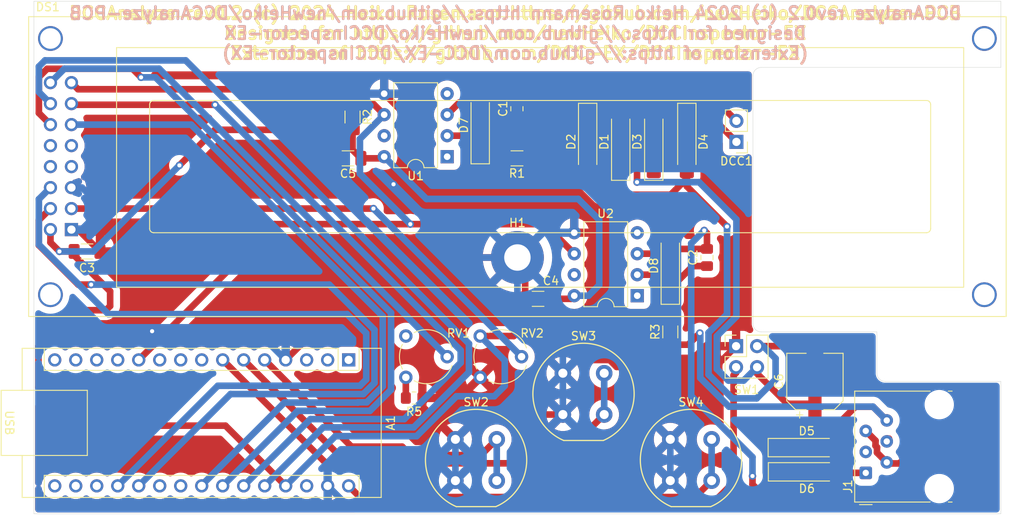
<source format=kicad_pcb>
(kicad_pcb (version 20240108) (generator "pcbnew") (generator_version "8.0")
  (layers (0 "F.Cu" signal) (31 "B.Cu" signal) (34 "B.Paste" user) (35 "F.Paste" user) (36 "B.SilkS" user "B.Silkscreen") (37 "F.SilkS" user "F.Silkscreen") (38 "B.Mask" user) (39 "F.Mask" user) (44 "Edge.Cuts" user))
  (net 0 "")
  (net 1 "Net-(A1-D2)")
  (net 2 "Net-(A1-D3)")
  (net 3 "Net-(A1-A7)")
  (net 4 "Net-(A1-D4)")
  (net 8 "GND")
  (net 12 "VCC")
  (net 14 "Net-(A1-VIN)")
  (net 18 "Net-(A1-SCL{slash}A5)")
  (net 19 "Net-(A1-SDA{slash}A4)")
  (net 20 "Net-(A1-A1)")
  (net 21 "Net-(A1-A6)")
  (net 24 "Net-(A1-D8)")
  (net 27 "Net-(A1-A0)")
  (net 30 "VDD")
  (net 31 "Net-(D1-A)")
  (net 32 "Net-(D3-A)")
  (net 33 "GND1")
  (net 34 "Net-(D7-K)")
  (net 35 "Net-(D8-K)")
  (net 36 "Net-(D6-A)")
  (net 37 "Net-(D5-A)")
  (net 40 "Net-(DS1-VO)")
  (net 43 "Net-(DS1-LED(-))")
  (net 44 "unconnected-(J1-Pad4)")
  (net 46 "Net-(R5-Pad2)")
  (footprint "Capacitor_SMD:C_1206_3216Metric_Pad1.33x1.80mm_HandSolder" (layer "F.Cu") (at 138 69 180)
    (property "Reference" "C5" (at 0 -1.85 180) (layer "F.SilkS"))
    (property "Value" "100n")
    (pad "1" smd roundrect (at -1.5625 0 180) (size 1.325 1.8) (layers "F.Cu" "F.Paste" "F.Mask") (roundrect_rratio 0.188679) (net 12 "VCC"))
    (pad "2" smd roundrect (at 1.5625 0 180) (size 1.325 1.8) (layers "F.Cu" "F.Paste" "F.Mask") (roundrect_rratio 0.188679) (net 8 "GND"))
  )
  (footprint "LCD242:LCD242" (layer "F.Cu") (at 104.54 77.62)
    (property "Reference" "DS1" (at -2.86 -26.93 0) (layer "F.SilkS"))
    (property "Value" "WC1602A")
    (pad "" thru_hole circle (at -2.54 -23.12) (size 3 3) (drill 2.5) (layers "*.Cu" "*.Mask"))
    (pad "" thru_hole circle (at -2.54 7.88) (size 3 3) (drill 2.5) (layers "*.Cu" "*.Mask"))
    (pad "" thru_hole circle (at 110.46 -23.12) (size 3 3) (drill 2.5) (layers "*.Cu" "*.Mask"))
    (pad "" thru_hole circle (at 110.46 7.88) (size 3 3) (drill 2.5) (layers "*.Cu" "*.Mask"))
    (pad "1" thru_hole rect (at 0 0) (size 1.6 1.6) (drill 1) (layers "*.Cu" "*.Mask") (net 8 "GND"))
    (pad "2" thru_hole circle (at -2.54 0) (size 1.6 1.6) (drill 1) (layers "*.Cu" "*.Mask") (net 12 "VCC"))
    (pad "3" thru_hole circle (at 0 -2.54) (size 1.6 1.6) (drill 1) (layers "*.Cu" "*.Mask") (net 40 "Net-(DS1-VO)"))
    (pad "4" thru_hole circle (at -2.54 -2.54) (size 1.6 1.6) (drill 1) (layers "*.Cu" "*.Mask") (net 20 "Net-(A1-A1)"))
    (pad "5" thru_hole circle (at 0 -5.08) (size 1.6 1.6) (drill 1) (layers "*.Cu" "*.Mask") (net 8 "GND"))
    (pad "6" thru_hole circle (at -2.54 -5.08) (size 1.6 1.6) (drill 1) (layers "*.Cu" "*.Mask") (net 27 "Net-(A1-A0)"))
    (pad "7" thru_hole circle (at 0 -7.62) (size 1.6 1.6) (drill 1) (layers "*.Cu" "*.Mask"))
    (pad "8" thru_hole circle (at -2.54 -7.62) (size 1.6 1.6) (drill 1) (layers "*.Cu" "*.Mask"))
    (pad "9" thru_hole circle (at 0 -10.16) (size 1.6 1.6) (drill 1) (layers "*.Cu" "*.Mask"))
    (pad "10" thru_hole circle (at -2.54 -10.16) (size 1.6 1.6) (drill 1) (layers "*.Cu" "*.Mask"))
    (pad "11" thru_hole circle (at 0 -12.7) (size 1.6 1.6) (drill 1) (layers "*.Cu" "*.Mask") (net 19 "Net-(A1-SDA{slash}A4)"))
    (pad "12" thru_hole circle (at -2.54 -12.7) (size 1.6 1.6) (drill 1) (layers "*.Cu" "*.Mask") (net 18 "Net-(A1-SCL{slash}A5)"))
    (pad "13" thru_hole circle (at 0 -15.24) (size 1.6 1.6) (drill 1) (layers "*.Cu" "*.Mask") (net 21 "Net-(A1-A6)"))
    (pad "14" thru_hole circle (at -2.54 -15.24) (size 1.6 1.6) (drill 1) (layers "*.Cu" "*.Mask") (net 3 "Net-(A1-A7)"))
    (pad "15" thru_hole circle (at 0 -17.78) (size 1.6 1.6) (drill 1) (layers "*.Cu" "*.Mask") (net 12 "VCC"))
    (pad "16" thru_hole circle (at -2.54 -17.78) (size 1.6 1.6) (drill 1) (layers "*.Cu" "*.Mask") (net 43 "Net-(DS1-LED(-))"))
  )
  (footprint "Resistor_SMD:R_0805_2012Metric_Pad1.20x1.40mm_HandSolder" (layer "F.Cu") (at 146 98 180)
    (property "Reference" "R5" (at 0 -1.65 180) (layer "F.SilkS"))
    (property "Value" "47R")
    (pad "1" smd roundrect (at -1 0 180) (size 1.2 1.4) (layers "F.Cu" "F.Paste" "F.Mask") (roundrect_rratio 0.208333) (net 8 "GND"))
    (pad "2" smd roundrect (at 1 0 180) (size 1.2 1.4) (layers "F.Cu" "F.Paste" "F.Mask") (roundrect_rratio 0.208333) (net 46 "Net-(R5-Pad2)"))
  )
  (footprint "MountingHole:MountingHole_3.2mm_M3_Pad" (layer "F.Cu") (at 158.5 81)
    (property "Reference" "H1" (at 0 -4.2 0) (layer "F.SilkS"))
    (property "Value" "MountingHole_Pad")
    (pad "1" thru_hole circle (at 0 0) (size 6.4 6.4) (drill 3.2) (layers "*.Cu" "*.Mask") (net 8 "GND"))
  )
  (footprint "Connector_RJ:RJ12_Amphenol_54601-x06_Horizontal" (layer "F.Cu") (at 200.65 107.06 90)
    (property "Reference" "J1" (at -1.66 -2.16 -90) (layer "F.SilkS"))
    (property "Value" "RJ12")
    (pad "" np_thru_hole circle (at -1.9 8.89 90) (size 3.25 3.25) (drill 3.25) (layers "*.Cu" "*.Mask"))
    (pad "" np_thru_hole circle (at 8.26 8.89 90) (size 3.25 3.25) (drill 3.25) (layers "*.Cu" "*.Mask"))
    (pad "1" thru_hole roundrect (at 0 0 90) (size 1.52 1.52) (drill 0.76) (layers "*.Cu" "*.Mask") (roundrect_rratio 0.1644736842) (net 36 "Net-(D6-A)"))
    (pad "2" thru_hole circle (at 1.27 2.54 90) (size 1.52 1.52) (drill 0.76) (layers "*.Cu" "*.Mask") (net 33 "GND1"))
    (pad "3" thru_hole circle (at 2.54 0 90) (size 1.52 1.52) (drill 0.76) (layers "*.Cu" "*.Mask"))
    (pad "4" thru_hole circle (at 3.81 2.54 90) (size 1.52 1.52) (drill 0.76) (layers "*.Cu" "*.Mask") (net 44 "unconnected-(J1-Pad4)"))
    (pad "5" thru_hole circle (at 5.08 0 90) (size 1.52 1.52) (drill 0.76) (layers "*.Cu" "*.Mask") (net 33 "GND1"))
    (pad "6" thru_hole circle (at 6.35 2.54 90) (size 1.52 1.52) (drill 0.76) (layers "*.Cu" "*.Mask") (net 37 "Net-(D5-A)"))
  )
  (footprint "Diode_SMD:D_MiniMELF_Handsoldering" (layer "F.Cu") (at 193.5225 106.934)
    (property "Reference" "D6" (at 0 2.032 0) (layer "F.SilkS"))
    (property "Value" "BAT42")
    (pad "1" smd roundrect (at -2.75 0) (size 3.3 1.7) (layers "F.Cu" "F.Paste" "F.Mask") (roundrect_rratio 0.1470588235) (net 30 "VDD"))
    (pad "2" smd roundrect (at 2.75 0) (size 3.3 1.7) (layers "F.Cu" "F.Paste" "F.Mask") (roundrect_rratio 0.1470588235) (net 36 "Net-(D6-A)"))
  )
  (footprint "Connector_PinHeader_2.54mm:PinHeader_2x02_P2.54mm_Vertical" (layer "F.Cu") (at 184.96 91.725)
    (property "Reference" "SW1" (at 1.27 5.275 0) (layer "F.SilkS"))
    (property "Value" "PWR_SEL")
    (pad "1" thru_hole rect (at 0 0) (size 1.7 1.7) (drill 1) (layers "*.Cu" "*.Mask") (net 8 "GND"))
    (pad "2" thru_hole oval (at 2.54 0) (size 1.7 1.7) (drill 1) (layers "*.Cu" "*.Mask") (net 33 "GND1"))
    (pad "3" thru_hole oval (at 0 2.54) (size 1.7 1.7) (drill 1) (layers "*.Cu" "*.Mask") (net 14 "Net-(A1-VIN)"))
    (pad "4" thru_hole oval (at 2.54 2.54) (size 1.7 1.7) (drill 1) (layers "*.Cu" "*.Mask") (net 30 "VDD"))
  )
  (footprint "Button_Switch_THT:Push_E-Switch_KS01Q01" (layer "F.Cu") (at 151 103)
    (property "Reference" "SW2" (at 2.5 -4.5 0) (layer "F.SilkS"))
    (property "Value" "LEFT")
    (pad "1" thru_hole circle (at 0 0) (size 2 2) (drill 1.1) (layers "*.Cu" "*.Mask") (net 8 "GND"))
    (pad "2" thru_hole circle (at 5 0) (size 2 2) (drill 1.1) (layers "*.Cu" "*.Mask") (net 1 "Net-(A1-D2)"))
    (pad "3" thru_hole circle (at 0 5) (size 2 2) (drill 1.1) (layers "*.Cu" "*.Mask") (net 8 "GND"))
    (pad "4" thru_hole circle (at 5 5) (size 2 2) (drill 1.1) (layers "*.Cu" "*.Mask") (net 1 "Net-(A1-D2)"))
  )
  (footprint "Package_DIP:DIP-8_W7.62mm" (layer "F.Cu") (at 150 68.8 180)
    (property "Reference" "U1" (at 3.81 -2.33 180) (layer "F.SilkS"))
    (property "Value" "6N137")
    (pad "1" thru_hole rect (at 0 0 180) (size 1.6 1.6) (drill 0.8) (layers "*.Cu" "*.Mask"))
    (pad "2" thru_hole oval (at 0 2.54 180) (size 1.6 1.6) (drill 0.8) (layers "*.Cu" "*.Mask") (net 34 "Net-(D7-K)"))
    (pad "3" thru_hole oval (at 0 5.08 180) (size 1.6 1.6) (drill 0.8) (layers "*.Cu" "*.Mask") (net 31 "Net-(D1-A)"))
    (pad "4" thru_hole oval (at 0 7.62 180) (size 1.6 1.6) (drill 0.8) (layers "*.Cu" "*.Mask"))
    (pad "5" thru_hole oval (at 7.62 7.62 180) (size 1.6 1.6) (drill 0.8) (layers "*.Cu" "*.Mask") (net 8 "GND"))
    (pad "6" thru_hole oval (at 7.62 5.08 180) (size 1.6 1.6) (drill 0.8) (layers "*.Cu" "*.Mask") (net 24 "Net-(A1-D8)"))
    (pad "7" thru_hole oval (at 7.62 2.54 180) (size 1.6 1.6) (drill 0.8) (layers "*.Cu" "*.Mask"))
    (pad "8" thru_hole oval (at 7.62 0 180) (size 1.6 1.6) (drill 0.8) (layers "*.Cu" "*.Mask") (net 12 "VCC"))
  )
  (footprint "Resistor_SMD:R_1206_3216Metric_Pad1.30x1.75mm_HandSolder" (layer "F.Cu") (at 177 90 90)
    (property "Reference" "R3" (at 0 -1.82 -90) (layer "F.SilkS"))
    (property "Value" "1k")
    (pad "1" smd roundrect (at -1.55 0 90) (size 1.3 1.75) (layers "F.Cu" "F.Paste" "F.Mask") (roundrect_rratio 0.192308) (net 37 "Net-(D5-A)"))
    (pad "2" smd roundrect (at 1.55 0 90) (size 1.3 1.75) (layers "F.Cu" "F.Paste" "F.Mask") (roundrect_rratio 0.192308) (net 35 "Net-(D8-K)"))
  )
  (footprint "Diode_SMD:D_MiniMELF_Handsoldering" (layer "F.Cu") (at 177 82 90)
    (property "Reference" "D8" (at 0 -2 -90) (layer "F.SilkS"))
    (property "Value" "BAT42")
    (pad "1" smd roundrect (at -2.75 0 90) (size 3.3 1.7) (layers "F.Cu" "F.Paste" "F.Mask") (roundrect_rratio 0.1470588235) (net 35 "Net-(D8-K)"))
    (pad "2" smd roundrect (at 2.75 0 90) (size 3.3 1.7) (layers "F.Cu" "F.Paste" "F.Mask") (roundrect_rratio 0.1470588235) (net 36 "Net-(D6-A)"))
  )
  (footprint "Diode_SMD:D_MiniMELF_Handsoldering" (layer "F.Cu") (at 193.5 104)
    (property "Reference" "D5" (at 0 -2 0) (layer "F.SilkS"))
    (property "Value" "BAT42")
    (pad "1" smd roundrect (at -2.75 0) (size 3.3 1.7) (layers "F.Cu" "F.Paste" "F.Mask") (roundrect_rratio 0.1470588235) (net 30 "VDD"))
    (pad "2" smd roundrect (at 2.75 0) (size 3.3 1.7) (layers "F.Cu" "F.Paste" "F.Mask") (roundrect_rratio 0.1470588235) (net 37 "Net-(D5-A)"))
  )
  (footprint "Module:Arduino_Nano" (layer "F.Cu") (at 138.08 93.39 -90)
    (property "Reference" "A1" (at 7.62 -5.08 90) (layer "F.SilkS"))
    (property "Value" "Arduino_Nano_Every")
    (fp_text user "USB" (at 7.61 41.05 -90) (layer "F.SilkS"))
    (pad "1" thru_hole rect (at 0 0 270) (size 1.6 1.6) (drill 1) (layers "*.Cu" "*.Mask"))
    (pad "2" thru_hole oval (at 0 2.54 270) (size 1.6 1.6) (drill 1) (layers "*.Cu" "*.Mask"))
    (pad "3" thru_hole oval (at 0 5.08 270) (size 1.6 1.6) (drill 1) (layers "*.Cu" "*.Mask"))
    (pad "4" thru_hole oval (at 0 7.62 270) (size 1.6 1.6) (drill 1) (layers "*.Cu" "*.Mask") (net 8 "GND"))
    (pad "5" thru_hole oval (at 0 10.16 270) (size 1.6 1.6) (drill 1) (layers "*.Cu" "*.Mask") (net 1 "Net-(A1-D2)"))
    (pad "6" thru_hole oval (at 0 12.7 270) (size 1.6 1.6) (drill 1) (layers "*.Cu" "*.Mask") (net 2 "Net-(A1-D3)"))
    (pad "7" thru_hole oval (at 0 15.24 270) (size 1.6 1.6) (drill 1) (layers "*.Cu" "*.Mask") (net 4 "Net-(A1-D4)"))
    (pad "8" thru_hole oval (at 0 17.78 270) (size 1.6 1.6) (drill 1) (layers "*.Cu" "*.Mask"))
    (pad "9" thru_hole oval (at 0 20.32 270) (size 1.6 1.6) (drill 1) (layers "*.Cu" "*.Mask"))
    (pad "10" thru_hole oval (at 0 22.86 270) (size 1.6 1.6) (drill 1) (layers "*.Cu" "*.Mask"))
    (pad "11" thru_hole oval (at 0 25.4 270) (size 1.6 1.6) (drill 1) (layers "*.Cu" "*.Mask") (net 24 "Net-(A1-D8)"))
    (pad "12" thru_hole oval (at 0 27.94 270) (size 1.6 1.6) (drill 1) (layers "*.Cu" "*.Mask"))
    (pad "13" thru_hole oval (at 0 30.48 270) (size 1.6 1.6) (drill 1) (layers "*.Cu" "*.Mask"))
    (pad "14" thru_hole oval (at 0 33.02 270) (size 1.6 1.6) (drill 1) (layers "*.Cu" "*.Mask"))
    (pad "15" thru_hole oval (at 0 35.56 270) (size 1.6 1.6) (drill 1) (layers "*.Cu" "*.Mask"))
    (pad "16" thru_hole oval (at 15.24 35.56 270) (size 1.6 1.6) (drill 1) (layers "*.Cu" "*.Mask"))
    (pad "17" thru_hole oval (at 15.24 33.02 270) (size 1.6 1.6) (drill 1) (layers "*.Cu" "*.Mask"))
    (pad "18" thru_hole oval (at 15.24 30.48 270) (size 1.6 1.6) (drill 1) (layers "*.Cu" "*.Mask"))
    (pad "19" thru_hole oval (at 15.24 27.94 270) (size 1.6 1.6) (drill 1) (layers "*.Cu" "*.Mask") (net 27 "Net-(A1-A0)"))
    (pad "20" thru_hole oval (at 15.24 25.4 270) (size 1.6 1.6) (drill 1) (layers "*.Cu" "*.Mask") (net 20 "Net-(A1-A1)"))
    (pad "21" thru_hole oval (at 15.24 22.86 270) (size 1.6 1.6) (drill 1) (layers "*.Cu" "*.Mask"))
    (pad "22" thru_hole oval (at 15.24 20.32 270) (size 1.6 1.6) (drill 1) (layers "*.Cu" "*.Mask"))
    (pad "23" thru_hole oval (at 15.24 17.78 270) (size 1.6 1.6) (drill 1) (layers "*.Cu" "*.Mask") (net 19 "Net-(A1-SDA{slash}A4)"))
    (pad "24" thru_hole oval (at 15.24 15.24 270) (size 1.6 1.6) (drill 1) (layers "*.Cu" "*.Mask") (net 18 "Net-(A1-SCL{slash}A5)"))
    (pad "25" thru_hole oval (at 15.24 12.7 270) (size 1.6 1.6) (drill 1) (layers "*.Cu" "*.Mask") (net 21 "Net-(A1-A6)"))
    (pad "26" thru_hole oval (at 15.24 10.16 270) (size 1.6 1.6) (drill 1) (layers "*.Cu" "*.Mask") (net 3 "Net-(A1-A7)"))
    (pad "27" thru_hole oval (at 15.24 7.62 270) (size 1.6 1.6) (drill 1) (layers "*.Cu" "*.Mask") (net 12 "VCC"))
    (pad "28" thru_hole oval (at 15.24 5.08 270) (size 1.6 1.6) (drill 1) (layers "*.Cu" "*.Mask"))
    (pad "29" thru_hole oval (at 15.24 2.54 270) (size 1.6 1.6) (drill 1) (layers "*.Cu" "*.Mask") (net 8 "GND"))
    (pad "30" thru_hole oval (at 15.24 0 270) (size 1.6 1.6) (drill 1) (layers "*.Cu" "*.Mask") (net 14 "Net-(A1-VIN)"))
  )
  (footprint "Resistor_SMD:R_1206_3216Metric_Pad1.30x1.75mm_HandSolder" (layer "F.Cu") (at 138.55 64 -90)
    (property "Reference" "R2" (at 0 -1.82 90) (layer "F.SilkS"))
    (property "Value" "470R")
    (pad "1" smd roundrect (at -1.55 0 270) (size 1.3 1.75) (layers "F.Cu" "F.Paste" "F.Mask") (roundrect_rratio 0.192308) (net 24 "Net-(A1-D8)"))
    (pad "2" smd roundrect (at 1.55 0 270) (size 1.3 1.75) (layers "F.Cu" "F.Paste" "F.Mask") (roundrect_rratio 0.192308) (net 12 "VCC"))
  )
  (footprint "Potentiometer_THT:Potentiometer_Piher_PT-6-V_Vertical" (layer "F.Cu") (at 154 95.5)
    (property "Reference" "RV2" (at 6.274 -5.33 0) (layer "F.SilkS"))
    (property "Value" "10k")
    (pad "1" thru_hole circle (at 0 0) (size 1.62 1.62) (drill 0.9) (layers "*.Cu" "*.Mask") (net 8 "GND"))
    (pad "2" thru_hole circle (at 5 -2.5) (size 1.62 1.62) (drill 0.9) (layers "*.Cu" "*.Mask") (net 40 "Net-(DS1-VO)"))
    (pad "3" thru_hole circle (at 0 -5) (size 1.62 1.62) (drill 0.9) (layers "*.Cu" "*.Mask") (net 12 "VCC"))
  )
  (footprint "Capacitor_SMD:C_0805_2012Metric_Pad1.18x1.45mm_HandSolder" (layer "F.Cu") (at 181.4375 81 90)
    (property "Reference" "C2" (at 0 -1.68 90) (layer "F.SilkS"))
    (property "Value" "1n")
    (pad "1" smd roundrect (at -1.0375 0 90) (size 1.175 1.45) (layers "F.Cu" "F.Paste" "F.Mask") (roundrect_rratio 0.212766) (net 35 "Net-(D8-K)"))
    (pad "2" smd roundrect (at 1.0375 0 90) (size 1.175 1.45) (layers "F.Cu" "F.Paste" "F.Mask") (roundrect_rratio 0.212766) (net 36 "Net-(D6-A)"))
  )
  (footprint "Potentiometer_THT:Potentiometer_Piher_PT-6-V_Vertical" (layer "F.Cu") (at 145 95.5)
    (property "Reference" "RV1" (at 6.384 -5.33 0) (layer "F.SilkS"))
    (property "Value" "500")
    (pad "1" thru_hole circle (at 0 0) (size 1.62 1.62) (drill 0.9) (layers "*.Cu" "*.Mask") (net 46 "Net-(R5-Pad2)"))
    (pad "2" thru_hole circle (at 5 -2.5) (size 1.62 1.62) (drill 0.9) (layers "*.Cu" "*.Mask") (net 43 "Net-(DS1-LED(-))"))
    (pad "3" thru_hole circle (at 0 -5) (size 1.62 1.62) (drill 0.9) (layers "*.Cu" "*.Mask"))
  )
  (footprint "Capacitor_SMD:C_1206_3216Metric_Pad1.33x1.80mm_HandSolder" (layer "F.Cu") (at 106.426 80.264)
    (property "Reference" "C3" (at 0 2 0) (layer "F.SilkS"))
    (property "Value" "100n")
    (pad "1" smd roundrect (at -1.5625 0) (size 1.325 1.8) (layers "F.Cu" "F.Paste" "F.Mask") (roundrect_rratio 0.188679) (net 12 "VCC"))
    (pad "2" smd roundrect (at 1.5625 0) (size 1.325 1.8) (layers "F.Cu" "F.Paste" "F.Mask") (roundrect_rratio 0.188679) (net 8 "GND"))
  )
  (footprint "Capacitor_SMD:CP_Elec_6.3x5.8" (layer "F.Cu") (at 194.5 96 90)
    (property "Reference" "C6" (at 0 -4.35 -90) (layer "F.SilkS"))
    (property "Value" "47u / 35V")
    (pad "1" smd roundrect (at -2.7 0 90) (size 3.5 1.6) (layers "F.Cu" "F.Paste" "F.Mask") (roundrect_rratio 0.15625) (net 30 "VDD"))
    (pad "2" smd roundrect (at 2.7 0 90) (size 3.5 1.6) (layers "F.Cu" "F.Paste" "F.Mask") (roundrect_rratio 0.15625) (net 33 "GND1"))
  )
  (footprint "Diode_SMD:D_MiniMELF_Handsoldering" (layer "F.Cu") (at 179 67 -90)
    (property "Reference" "D4" (at 0 -2 -90) (layer "F.SilkS"))
    (property "Value" "BAT42")
    (pad "1" smd roundrect (at -2.75 0 270) (size 3.3 1.7) (layers "F.Cu" "F.Paste" "F.Mask") (roundrect_rratio 0.1470588235) (net 32 "Net-(D3-A)"))
    (pad "2" smd roundrect (at 2.75 0 270) (size 3.3 1.7) (layers "F.Cu" "F.Paste" "F.Mask") (roundrect_rratio 0.1470588235) (net 33 "GND1"))
  )
  (footprint "Capacitor_SMD:C_0805_2012Metric_Pad1.18x1.45mm_HandSolder" (layer "F.Cu") (at 158.4375 63 90)
    (property "Reference" "C1" (at 0 -1.68 90) (layer "F.SilkS"))
    (property "Value" "1n")
    (pad "1" smd roundrect (at -1.0375 0 90) (size 1.175 1.45) (layers "F.Cu" "F.Paste" "F.Mask") (roundrect_rratio 0.212766) (net 34 "Net-(D7-K)"))
    (pad "2" smd roundrect (at 1.0375 0 90) (size 1.175 1.45) (layers "F.Cu" "F.Paste" "F.Mask") (roundrect_rratio 0.212766) (net 31 "Net-(D1-A)"))
  )
  (footprint "Button_Switch_THT:Push_E-Switch_KS01Q01" (layer "F.Cu") (at 177 103)
    (property "Reference" "SW4" (at 2.5 -4.5 0) (layer "F.SilkS"))
    (property "Value" "RIGHT")
    (pad "1" thru_hole circle (at 0 0) (size 2 2) (drill 1.1) (layers "*.Cu" "*.Mask") (net 8 "GND"))
    (pad "2" thru_hole circle (at 5 0) (size 2 2) (drill 1.1) (layers "*.Cu" "*.Mask") (net 4 "Net-(A1-D4)"))
    (pad "3" thru_hole circle (at 0 5) (size 2 2) (drill 1.1) (layers "*.Cu" "*.Mask") (net 8 "GND"))
    (pad "4" thru_hole circle (at 5 5) (size 2 2) (drill 1.1) (layers "*.Cu" "*.Mask") (net 4 "Net-(A1-D4)"))
  )
  (footprint "Diode_SMD:D_MiniMELF_Handsoldering" (layer "F.Cu") (at 167 67 -90)
    (property "Reference" "D2" (at 0 2 90) (layer "F.SilkS"))
    (property "Value" "BAT42")
    (pad "1" smd roundrect (at -2.75 0 270) (size 3.3 1.7) (layers "F.Cu" "F.Paste" "F.Mask") (roundrect_rratio 0.1470588235) (net 31 "Net-(D1-A)"))
    (pad "2" smd roundrect (at 2.75 0 270) (size 3.3 1.7) (layers "F.Cu" "F.Paste" "F.Mask") (roundrect_rratio 0.1470588235) (net 33 "GND1"))
  )
  (footprint "Connector_PinHeader_2.54mm:PinHeader_1x02_P2.54mm_Vertical" (layer "F.Cu") (at 185 67.01 180)
    (property "Reference" "DCC1" (at 0 -2.33 180) (layer "F.SilkS"))
    (property "Value" "DCC")
    (pad "1" thru_hole rect (at 0 0 180) (size 1.7 1.7) (drill 1) (layers "*.Cu" "*.Mask") (net 32 "Net-(D3-A)"))
    (pad "2" thru_hole oval (at 0 2.54 180) (size 1.7 1.7) (drill 1) (layers "*.Cu" "*.Mask") (net 31 "Net-(D1-A)"))
  )
  (footprint "Resistor_SMD:R_1206_3216Metric_Pad1.30x1.75mm_HandSolder" (layer "F.Cu") (at 158.45 69 180)
    (property "Reference" "R1" (at 0 -1.82 180) (layer "F.SilkS"))
    (property "Value" "1k")
    (pad "1" smd roundrect (at -1.55 0 180) (size 1.3 1.75) (layers "F.Cu" "F.Paste" "F.Mask") (roundrect_rratio 0.192308) (net 32 "Net-(D3-A)"))
    (pad "2" smd roundrect (at 1.55 0 180) (size 1.3 1.75) (layers "F.Cu" "F.Paste" "F.Mask") (roundrect_rratio 0.192308) (net 34 "Net-(D7-K)"))
  )
  (footprint "Button_Switch_THT:Push_E-Switch_KS01Q01" (layer "F.Cu") (at 164 95)
    (property "Reference" "SW3" (at 2.5 -4.5 0) (layer "F.SilkS"))
    (property "Value" "UP")
    (pad "1" thru_hole circle (at 0 0) (size 2 2) (drill 1.1) (layers "*.Cu" "*.Mask") (net 8 "GND"))
    (pad "2" thru_hole circle (at 5 0) (size 2 2) (drill 1.1) (layers "*.Cu" "*.Mask") (net 2 "Net-(A1-D3)"))
    (pad "3" thru_hole circle (at 0 5) (size 2 2) (drill 1.1) (layers "*.Cu" "*.Mask") (net 8 "GND"))
    (pad "4" thru_hole circle (at 5 5) (size 2 2) (drill 1.1) (layers "*.Cu" "*.Mask") (net 2 "Net-(A1-D3)"))
  )
  (footprint "Package_DIP:DIP-8_W7.62mm" (layer "F.Cu") (at 173 85.62 180)
    (property "Reference" "U2" (at 3.836 9.928 180) (layer "F.SilkS"))
    (property "Value" "6N137")
    (pad "1" thru_hole rect (at 0 0 180) (size 1.6 1.6) (drill 0.8) (layers "*.Cu" "*.Mask"))
    (pad "2" thru_hole oval (at 0 2.54 180) (size 1.6 1.6) (drill 0.8) (layers "*.Cu" "*.Mask") (net 35 "Net-(D8-K)"))
    (pad "3" thru_hole oval (at 0 5.08 180) (size 1.6 1.6) (drill 0.8) (layers "*.Cu" "*.Mask") (net 36 "Net-(D6-A)"))
    (pad "4" thru_hole oval (at 0 7.62 180) (size 1.6 1.6) (drill 0.8) (layers "*.Cu" "*.Mask"))
    (pad "5" thru_hole oval (at 7.62 7.62 180) (size 1.6 1.6) (drill 0.8) (layers "*.Cu" "*.Mask") (net 8 "GND"))
    (pad "6" thru_hole oval (at 7.62 5.08 180) (size 1.6 1.6) (drill 0.8) (layers "*.Cu" "*.Mask") (net 24 "Net-(A1-D8)"))
    (pad "7" thru_hole oval (at 7.62 2.54 180) (size 1.6 1.6) (drill 0.8) (layers "*.Cu" "*.Mask"))
    (pad "8" thru_hole oval (at 7.62 0 180) (size 1.6 1.6) (drill 0.8) (layers "*.Cu" "*.Mask") (net 12 "VCC"))
  )
  (footprint "Diode_SMD:D_MiniMELF_Handsoldering" (layer "F.Cu") (at 171 67 90)
    (property "Reference" "D1" (at 0 -2 -90) (layer "F.SilkS"))
    (property "Value" "BAT42")
    (pad "1" smd roundrect (at -2.75 0 90) (size 3.3 1.7) (layers "F.Cu" "F.Paste" "F.Mask") (roundrect_rratio 0.1470588235) (net 30 "VDD"))
    (pad "2" smd roundrect (at 2.75 0 90) (size 3.3 1.7) (layers "F.Cu" "F.Paste" "F.Mask") (roundrect_rratio 0.1470588235) (net 31 "Net-(D1-A)"))
  )
  (footprint "Capacitor_SMD:C_1206_3216Metric_Pad1.33x1.80mm_HandSolder" (layer "F.Cu") (at 161 86 180)
    (property "Reference" "C4" (at -1.56 2.18 180) (layer "F.SilkS"))
    (property "Value" "100n")
    (pad "1" smd roundrect (at -1.5625 0 180) (size 1.325 1.8) (layers "F.Cu" "F.Paste" "F.Mask") (roundrect_rratio 0.188679) (net 12 "VCC"))
    (pad "2" smd roundrect (at 1.5625 0 180) (size 1.325 1.8) (layers "F.Cu" "F.Paste" "F.Mask") (roundrect_rratio 0.188679) (net 8 "GND"))
  )
  (footprint "Diode_SMD:D_MiniMELF_Handsoldering" (layer "F.Cu") (at 175 67 90)
    (property "Reference" "D3" (at 0 -2 90) (layer "F.SilkS"))
    (property "Value" "BAT42")
    (pad "1" smd roundrect (at -2.75 0 90) (size 3.3 1.7) (layers "F.Cu" "F.Paste" "F.Mask") (roundrect_rratio 0.1470588235) (net 30 "VDD"))
    (pad "2" smd roundrect (at 2.75 0 90) (size 3.3 1.7) (layers "F.Cu" "F.Paste" "F.Mask") (roundrect_rratio 0.1470588235) (net 32 "Net-(D3-A)"))
  )
  (footprint "Diode_SMD:D_MiniMELF_Handsoldering" (layer "F.Cu") (at 154 65 90)
    (property "Reference" "D7" (at 0 -2 -90) (layer "F.SilkS"))
    (property "Value" "BAT42")
    (pad "1" smd roundrect (at -2.75 0 90) (size 3.3 1.7) (layers "F.Cu" "F.Paste" "F.Mask") (roundrect_rratio 0.1470588235) (net 34 "Net-(D7-K)"))
    (pad "2" smd roundrect (at 2.75 0 90) (size 3.3 1.7) (layers "F.Cu" "F.Paste" "F.Mask") (roundrect_rratio 0.1470588235) (net 31 "Net-(D1-A)"))
  )
  (gr_line (start 188 58) (end 217 58) (stroke (width 0.05)) (layer "Edge.Cuts"))
  (gr_line (start 217 96) (end 217 112) (stroke (width 0.05)) (layer "Edge.Cuts"))
  (gr_line (start 100 50) (end 217 50) (stroke (width 0.05)) (layer "Edge.Cuts"))
  (gr_line (start 217 50) (end 217 58) (stroke (width 0.05)) (layer "Edge.Cuts"))
  (gr_arc (start 188 90) (mid 187.292893 89.707107) (end 187 89) (stroke (width 0.05)) (layer "Edge.Cuts"))
  (gr_line (start 202 90) (end 188 90) (stroke (width 0.05)) (layer "Edge.Cuts"))
  (gr_line (start 187 89) (end 187 59) (stroke (width 0.05)) (layer "Edge.Cuts"))
  (gr_line (start 100 112) (end 100 50) (stroke (width 0.05)) (layer "Edge.Cuts"))
  (gr_line (start 217 96) (end 203 96) (stroke (width 0.05)) (layer "Edge.Cuts"))
  (gr_arc (start 187 59) (mid 187.292893 58.292893) (end 188 58) (stroke (width 0.05)) (layer "Edge.Cuts"))
  (gr_arc (start 203 96) (mid 202.292893 95.707107) (end 202 95) (stroke (width 0.05)) (layer "Edge.Cuts"))
  (gr_line (start 202 95) (end 202 90) (stroke (width 0.05)) (layer "Edge.Cuts"))
  (gr_line (start 217 112) (end 100 112) (stroke (width 0.05)) (layer "Edge.Cuts"))
  (gr_text "DCCAnalyze rev0.2 (c) 2024 Heiko Rosemann https://github.com/newHeiko/DCCAnalyze-PCB\nDesigned for https://github.com/newHeiko/DCCInspector-EX\n(Extension of https://github.com/DCC-EX/DCCInspector-EX)" (at 158.242 57.15 0) (layer "F.Cu") (effects (font (size 1.5 1.5) (thickness 0.3) (bold yes)) (justify bottom)))
  (gr_text "DCCAnalyze rev0.2 (c) 2024 Heiko Rosemann https://github.com/newHeiko/DCCAnalyze-PCB\nDesigned for https://github.com/newHeiko/DCCInspector-EX\n(Extension of https://github.com/DCC-EX/DCCInspector-EX)" (at 158.242 57.15 0) (layer "B.Cu") (effects (font (size 1.5 1.5) (thickness 0.3) (bold yes)) (justify bottom mirror)))
  (gr_text "DCCAnalyze rev0.2 (c) 2024 Heiko Rosemann https://github.com/newHeiko/DCCAnalyze-PCB\nDesigned for https://github.com/newHeiko/DCCInspector-EX\n(Extension of https://github.com/DCC-EX/DCCInspector-EX)" (at 158.242 57.15 0) (layer "B.SilkS") (effects (font (size 1.5 1.5) (thickness 0.3) (bold yes)) (justify bottom mirror)))
  (gr_text "DCCAnalyze rev0.2 (c) 2024 Heiko Rosemann https://github.com/newHeiko/DCCAnalyze-PCB\nDesigned for https://github.com/newHeiko/DCCInspector-EX\n(Extension of https://github.com/DCC-EX/DCCInspector-EX)" (at 158.242 57.15 0) (layer "F.SilkS") (effects (font (size 1.5 1.5) (thickness 0.3) (bold yes)) (justify bottom)))
  (segment (start 127.92 93.39) (end 138.416 103.886) (width 0.8) (layer "F.Cu") (net 1))
  (segment (start 144.560426 103.885998) (end 145.576428 104.902) (width 0.8) (layer "F.Cu") (net 1))
  (segment (start 145.576428 104.902) (end 154.098 104.902) (width 0.8) (layer "F.Cu") (net 1))
  (segment (start 154.098 104.902) (end 156 103) (width 0.8) (layer "F.Cu") (net 1))
  (segment (start 138.416 103.886) (end 144.560426 103.885998) (width 0.8) (layer "F.Cu") (net 1))
  (segment (start 156 103) (end 156 108) (width 0.8) (layer "B.Cu") (net 1))
  (segment (start 145.162215 105.902001) (end 144.146213 104.885999) (width 0.8) (layer "F.Cu") (net 2))
  (segment (start 144.146213 104.885999) (end 136.876 104.886) (width 0.8) (layer "F.Cu") (net 2))
  (segment (start 163.097999 105.902001) (end 145.162215 105.902001) (width 0.8) (layer "F.Cu") (net 2))
  (segment (start 136.876 104.886) (end 125.38 93.39) (width 0.8) (layer "F.Cu") (net 2))
  (segment (start 169 100) (end 163.097999 105.902001) (width 0.8) (layer "F.Cu") (net 2))
  (segment (start 169 95) (end 169 100) (width 0.8) (layer "B.Cu") (net 2))
  (segment (start 152.638 91.424) (end 152.638 94.867958) (width 0.8) (layer "B.Cu") (net 3))
  (segment (start 102 62.38) (end 100.6 60.98) (width 0.8) (layer "B.Cu") (net 3))
  (segment (start 118.364 57.15) (end 152.638 91.424) (width 0.8) (layer "B.Cu") (net 3))
  (segment (start 100.6 57.896) (end 101.346 57.15) (width 0.8) (layer "B.Cu") (net 3))
  (segment (start 145.953958 101.552) (end 134.998 101.552) (width 0.8) (layer "B.Cu") (net 3))
  (segment (start 100.6 60.98) (end 100.6 57.896) (width 0.8) (layer "B.Cu") (net 3))
  (segment (start 101.346 57.15) (end 118.364 57.15) (width 0.8) (layer "B.Cu") (net 3))
  (segment (start 134.998 101.552) (end 127.92 108.63) (width 0.8) (layer "B.Cu") (net 3))
  (segment (start 152.638 94.867958) (end 145.953958 101.552) (width 0.8) (layer "B.Cu") (net 3))
  (segment (start 143.732 105.886) (end 147.828 109.982) (width 0.8) (layer "F.Cu") (net 4))
  (segment (start 180.018 109.982) (end 182 108) (width 0.8) (layer "F.Cu") (net 4))
  (segment (start 147.828 109.982) (end 180.018 109.982) (width 0.8) (layer "F.Cu") (net 4))
  (segment (start 122.84 93.39) (end 135.336 105.886) (width 0.8) (layer "F.Cu") (net 4))
  (segment (start 135.336 105.886) (end 143.732 105.886) (width 0.8) (layer "F.Cu") (net 4))
  (segment (start 182 103) (end 182 108) (width 0.8) (layer "B.Cu") (net 4))
  (segment (start 171.536 97.536) (end 177 103) (width 0.8) (layer "F.Cu") (net 8))
  (segment (start 165.6 93.4) (end 164 95) (width 0.8) (layer "F.Cu") (net 8))
  (segment (start 151 103) (end 154 100) (width 0.8) (layer "F.Cu") (net 8))
  (segment (start 166.464 97.536) (end 171.536 97.536) (width 0.8) (layer "F.Cu") (net 8))
  (segment (start 180.086 94.234) (end 170.496742 94.234) (width 0.8) (layer "F.Cu") (net 8))
  (segment (start 143.51 72.136) (end 137.668 72.136) (width 0.8) (layer "F.Cu") (net 8))
  (segment (start 107.9885 80.264) (end 114.3 86.5755) (width 0.8) (layer "F.Cu") (net 8))
  (segment (start 142.85 81) (end 130.46 93.39) (width 0.8) (layer "F.Cu") (net 8))
  (segment (start 164 100) (end 166.464 97.536) (width 0.8) (layer "F.Cu") (net 8))
  (segment (start 159.4375 86) (end 159.4375 81.9375) (width 0.8) (layer "F.Cu") (net 8))
  (segment (start 136.4375 70.9055) (end 136.4375 69) (width 0.8) (layer "F.Cu") (net 8))
  (segment (start 144.526 71.12) (end 143.51 72.136) (width 0.8) (layer "F.Cu") (net 8))
  (segment (start 105.3445 77.62) (end 107.9885 80.264) (width 0.8) (layer "F.Cu") (net 8))
  (segment (start 114.3 86.5755) (end 114.3 89.916) (width 0.8) (layer "F.Cu") (net 8))
  (segment (start 180.086 94.234) (end 182.451 94.234) (width 0.8) (layer "F.Cu") (net 8))
  (segment (start 182.451 94.234) (end 184.96 91.725) (width 0.8) (layer "F.Cu") (net 8))
  (segment (start 170.496742 94.234) (end 169.662742 93.4) (width 0.8) (layer "F.Cu") (net 8))
  (segment (start 144.526 63.326) (end 144.526 71.12) (width 0.8) (layer "F.Cu") (net 8))
  (segment (start 169.662742 93.4) (end 165.6 93.4) (width 0.8) (layer "F.Cu") (net 8))
  (segment (start 147 98) (end 147 99) (width 0.8) (layer "F.Cu") (net 8))
  (segment (start 104.54 77.62) (end 105.3445 77.62) (width 0.8) (layer "F.Cu") (net 8))
  (segment (start 147 99) (end 151 103) (width 0.8) (layer "F.Cu") (net 8))
  (segment (start 142.38 61.18) (end 144.526 63.326) (width 0.8) (layer "F.Cu") (net 8))
  (segment (start 151.5 98) (end 147 98) (width 0.8) (layer "F.Cu") (net 8))
  (segment (start 154 100) (end 164 100) (width 0.8) (layer "F.Cu") (net 8))
  (segment (start 154 95.5) (end 151.5 98) (width 0.8) (layer "F.Cu") (net 8))
  (segment (start 158.5 81) (end 142.85 81) (width 0.8) (layer "F.Cu") (net 8))
  (segment (start 137.668 72.136) (end 136.4375 70.9055) (width 0.8) (layer "F.Cu") (net 8))
  (via (at 114.3 89.916) (size 0.9) (drill 0.5) (layers "F.Cu" "B.Cu") (net 8))
  (via (at 143.51 72.136) (size 0.9) (drill 0.5) (layers "F.Cu" "B.Cu") (net 8))
  (segment (start 152.374 81) (end 158.5 81) (width 0.8) (layer "B.Cu") (net 8))
  (segment (start 130.46 93.39) (end 126.986 89.916) (width 0.8) (layer "B.Cu") (net 8))
  (segment (start 161.5 78) (end 158.5 81) (width 0.8) (layer "B.Cu") (net 8))
  (segment (start 177 103) (end 177 108) (width 0.8) (layer "B.Cu") (net 8))
  (segment (start 105.768 77.62) (end 104.54 77.62) (width 0.8) (layer "B.Cu") (net 8))
  (segment (start 107.442 74.168) (end 107.442 75.946) (width 0.8) (layer "B.Cu") (net 8))
  (segment (start 107.442 75.946) (end 105.768 77.62) (width 0.8) (layer "B.Cu") (net 8))
  (segment (start 105.814 72.54) (end 107.442 74.168) (width 0.8) (layer "B.Cu") (net 8))
  (segment (start 164 95) (end 164 100) (width 0.8) (layer "B.Cu") (net 8))
  (segment (start 143.51 72.136) (end 152.374 81) (width 0.8) (layer "B.Cu") (net 8))
  (segment (start 164 91.356) (end 158.5 85.856) (width 0.8) (layer "B.Cu") (net 8))
  (segment (start 137.908 110.998) (end 148.002 110.998) (width 0.8) (layer "B.Cu") (net 8))
  (segment (start 164 95) (end 164 91.356) (width 0.8) (layer "B.Cu") (net 8))
  (segment (start 126.986 89.916) (end 114.3 89.916) (width 0.8) (layer "B.Cu") (net 8))
  (segment (start 151 103) (end 151 108) (width 0.8) (layer "B.Cu") (net 8))
  (segment (start 148.002 110.998) (end 151 108) (width 0.8) (layer "B.Cu") (net 8))
  (segment (start 158.5 85.856) (end 158.5 81) (width 0.8) (layer "B.Cu") (net 8))
  (segment (start 104.54 72.54) (end 105.814 72.54) (width 0.8) (layer "B.Cu") (net 8))
  (segment (start 135.54 108.63) (end 137.908 110.998) (width 0.8) (layer "B.Cu") (net 8))
  (segment (start 165.38 78) (end 161.5 78) (width 0.8) (layer "B.Cu") (net 8))
  (segment (start 165 86) (end 165.38 85.62) (width 0.8) (layer "F.Cu") (net 12))
  (segment (start 130.46 108.63) (end 123.176 101.346) (width 0.8) (layer "F.Cu") (net 12))
  (segment (start 108.712 87.376) (end 109.22 86.868) (width 0.8) (layer "F.Cu") (net 12))
  (segment (start 123.176 101.346) (end 105.156 101.346) (width 0.8) (layer "F.Cu") (net 12))
  (segment (start 139.5625 69) (end 142.18 69) (width 0.8) (layer "F.Cu") (net 12))
  (segment (start 138.55 65.55) (end 131.318 65.55) (width 0.8) (layer "F.Cu") (net 12))
  (segment (start 105.156 101.346) (end 100.55 96.74) (width 0.8) (layer "F.Cu") (net 12))
  (segment (start 109.22 86.868) (end 109.22 85.09) (width 0.8) (layer "F.Cu") (net 12))
  (segment (start 126.407999 60.639999) (end 105.339999 60.639999) (width 0.8) (layer "F.Cu") (net 12))
  (segment (start 104.902 87.376) (end 108.712 87.376) (width 0.8) (layer "F.Cu") (net 12))
  (segment (start 121.902 65.55) (end 117.602 69.85) (width 0.8) (layer "F.Cu") (net 12))
  (segment (start 104.8635 80.7335) (end 104.8635 80.264) (width 0.8) (layer "F.Cu") (net 12))
  (segment (start 104.8635 80.264) (end 103.0855 80.264) (width 0.8) (layer "F.Cu") (net 12))
  (segment (start 102 77.62) (end 102 79.1785) (width 0.8) (layer "F.Cu") (net 12))
  (segment (start 105.339999 60.639999) (end 104.54 59.84) (width 0.8) (layer "F.Cu") (net 12))
  (segment (start 138.55 65.55) (end 138.55 67.9875) (width 0.8) (layer "F.Cu") (net 12))
  (segment (start 100.55 91.728) (end 104.902 87.376) (width 0.8) (layer "F.Cu") (net 12))
  (segment (start 162.5625 86) (end 158.0625 90.5) (width 0.8) (layer "F.Cu") (net 12))
  (segment (start 109.22 85.09) (end 104.8635 80.7335) (width 0.8) (layer "F.Cu") (net 12))
  (segment (start 131.318 65.55) (end 126.407999 60.639999) (width 0.8) (layer "F.Cu") (net 12))
  (segment (start 103.0855 80.264) (end 103.085495 80.264005) (width 0.8) (layer "F.Cu") (net 12))
  (segment (start 100.55 96.74) (end 100.55 91.728) (width 0.8) (layer "F.Cu") (net 12))
  (segment (start 162.5625 86) (end 165 86) (width 0.8) (layer "F.Cu") (net 12))
  (segment (start 138.55 67.9875) (end 139.5625 69) (width 0.8) (layer "F.Cu") (net 12))
  (segment (start 158.0625 90.5) (end 154 90.5) (width 0.8) (layer "F.Cu") (net 12))
  (segment (start 103.0855 80.264) (end 102 79.1785) (width 0.8) (layer "F.Cu") (net 12))
  (segment (start 131.318 65.55) (end 121.902 65.55) (width 0.8) (layer "F.Cu") (net 12))
  (via (at 117.602 69.85) (size 0.9) (drill 0.5) (layers "F.Cu" "B.Cu") (net 12))
  (via (at 103.085495 80.264005) (size 0.9) (drill 0.5) (layers "F.Cu" "B.Cu") (net 12))
  (segment (start 103.085495 80.264005) (end 107.187995 80.264005) (width 0.8) (layer "B.Cu") (net 12))
  (segment (start 130.46 108.63) (end 136.474 102.616) (width 0.8) (layer "B.Cu") (net 12))
  (segment (start 156.972 96.52) (end 156.972 93.472) (width 0.8) (layer "B.Cu") (net 12))
  (segment (start 151.13 97.79) (end 155.702 97.79) (width 0.8) (layer "B.Cu") (net 12))
  (segment (start 168.402 76.454) (end 168.402 84.328) (width 0.8) (layer "B.Cu") (net 12))
  (segment (start 156.972 93.472) (end 154 90.5) (width 0.8) (layer "B.Cu") (net 12))
  (segment (start 142.38 68.8) (end 147.494 73.914) (width 0.8) (layer "B.Cu") (net 12))
  (segment (start 168.402 84.328) (end 167.11 85.62) (width 0.8) (layer "B.Cu") (net 12))
  (segment (start 167.11 85.62) (end 165.38 85.62) (width 0.8) (layer "B.Cu") (net 12))
  (segment (start 107.187995 80.264005) (end 117.602 69.85) (width 0.8) (layer "B.Cu") (net 12))
  (segment (start 136.474 102.616) (end 146.304 102.616) (width 0.8) (layer "B.Cu") (net 12))
  (segment (start 165.862 73.914) (end 168.402 76.454) (width 0.8) (layer "B.Cu") (net 12))
  (segment (start 155.702 97.79) (end 156.972 96.52) (width 0.8) (layer "B.Cu") (net 12))
  (segment (start 147.494 73.914) (end 165.862 73.914) (width 0.8) (layer "B.Cu") (net 12))
  (segment (start 146.304 102.616) (end 151.13 97.79) (width 0.8) (layer "B.Cu") (net 12))
  (segment (start 184.658 108.204) (end 181.864 110.998) (width 0.8) (layer "F.Cu") (net 14))
  (segment (start 140.448 110.998) (end 138.08 108.63) (width 0.8) (layer "F.Cu") (net 14))
  (segment (start 181.864 110.998) (end 140.448 110.998) (width 0.8) (layer "F.Cu") (net 14))
  (segment (start 184.96 94.265) (end 184.96 94.948) (width 0.8) (layer "F.Cu") (net 14))
  (segment (start 184.658 95.25) (end 184.658 108.204) (width 0.8) (layer "F.Cu") (net 14))
  (segment (start 184.96 94.948) (end 184.658 95.25) (width 0.8) (layer "F.Cu") (net 14))
  (segment (start 100.6 63.52) (end 100.6 59.166) (width 0.8) (layer "F.Cu") (net 18))
  (segment (start 102 64.92) (end 100.6 63.52) (width 0.8) (layer "F.Cu") (net 18))
  (segment (start 100.6 59.166) (end 101.6 58.166) (width 0.8) (layer "F.Cu") (net 18))
  (segment (start 111.930806 58.166) (end 112.964806 59.2) (width 0.8) (layer "F.Cu") (net 18))
  (segment (start 101.6 58.166) (end 111.930806 58.166) (width 0.8) (layer "F.Cu") (net 18))
  (via (at 112.964806 59.2) (size 0.9) (drill 0.5) (layers "F.Cu" "B.Cu") (net 18))
  (segment (start 114.716214 59.2) (end 112.964806 59.2) (width 0.8) (layer "B.Cu") (net 18))
  (segment (start 131.918 99.552) (end 140.656642 99.552) (width 0.8) (layer "B.Cu") (net 18))
  (segment (start 143.208003 87.691789) (end 114.716214 59.2) (width 0.8) (layer "B.Cu") (net 18))
  (segment (start 143.208003 97.000639) (end 143.208003 87.691789) (width 0.8) (layer "B.Cu") (net 18))
  (segment (start 140.656642 99.552) (end 143.208003 97.000639) (width 0.8) (layer "B.Cu") (net 18))
  (segment (start 122.84 108.63) (end 131.918 99.552) (width 0.8) (layer "B.Cu") (net 18))
  (segment (start 119.022 64.92) (end 142.208002 88.106002) (width 0.8) (layer "B.Cu") (net 19))
  (segment (start 139.192 98.552) (end 130.302 98.552) (width 0.8) (layer "B.Cu") (net 19))
  (segment (start 140.274426 98.520002) (end 139.223999 98.520001) (width 0.8) (layer "B.Cu") (net 19))
  (segment (start 139.223999 98.520001) (end 139.192 98.552) (width 0.8) (layer "B.Cu") (net 19))
  (segment (start 142.208002 96.586426) (end 140.274426 98.520002) (width 0.8) (layer "B.Cu") (net 19))
  (segment (start 142.208002 88.106002) (end 142.208002 96.586426) (width 0.8) (layer "B.Cu") (net 19))
  (segment (start 104.54 64.92) (end 119.022 64.92) (width 0.8) (layer "B.Cu") (net 19))
  (segment (start 130.302 98.552) (end 120.3 108.554) (width 0.8) (layer "B.Cu") (net 19))
  (segment (start 100.584 76.496) (end 100.584 79.502) (width 0.8) (layer "F.Cu") (net 20))
  (segment (start 102 75.08) (end 100.584 76.496) (width 0.8) (layer "F.Cu") (net 20))
  (segment (start 105.360277 84.278277) (end 106.923351 84.278277) (width 0.8) (layer "F.Cu") (net 20))
  (segment (start 100.584 79.502) (end 105.360277 84.278277) (width 0.8) (layer "F.Cu") (net 20))
  (via (at 106.923351 84.278277) (size 0.9) (drill 0.5) (layers "F.Cu" "B.Cu") (net 20))
  (segment (start 135.730491 84.278277) (end 106.923351 84.278277) (width 0.8) (layer "B.Cu") (net 20))
  (segment (start 123.79 97.52) (end 139.860213 97.520001) (width 0.8) (layer "B.Cu") (net 20))
  (segment (start 141.208001 89.755787) (end 135.730491 84.278277) (width 0.8) (layer "B.Cu") (net 20))
  (segment (start 112.68 108.63) (end 123.79 97.52) (width 0.8) (layer "B.Cu") (net 20))
  (segment (start 141.208001 96.172213) (end 141.208001 89.755787) (width 0.8) (layer "B.Cu") (net 20))
  (segment (start 139.860213 97.520001) (end 141.208001 96.172213) (width 0.8) (layer "B.Cu") (net 20))
  (segment (start 104.678 62.518) (end 121.92 62.518) (width 0.8) (layer "F.Cu") (net 21))
  (via (at 121.92 62.518) (size 0.9) (drill 0.5) (layers "F.Cu" "B.Cu") (net 21))
  (segment (start 133.458 100.552) (end 144.812 100.552) (width 0.8) (layer "B.Cu") (net 21))
  (segment (start 151.638 93.726) (end 151.638 92.236) (width 0.8) (layer "B.Cu") (net 21))
  (segment (start 144.812 100.552) (end 151.638 93.726) (width 0.8) (layer "B.Cu") (net 21))
  (segment (start 151.638 92.236) (end 121.92 62.518) (width 0.8) (layer "B.Cu") (net 21))
  (segment (start 125.38 108.63) (end 133.458 100.552) (width 0.8) (layer "B.Cu") (net 21))
  (segment (start 161.802 76.962) (end 145.542002 76.962) (width 0.8) (layer "F.Cu") (net 24))
  (segment (start 141.11 62.45) (end 142.38 63.72) (width 0.8) (layer "F.Cu") (net 24))
  (segment (start 165.38 80.54) (end 161.802 76.962) (width 0.8) (layer "F.Cu") (net 24))
  (segment (start 138.55 62.45) (end 141.11 62.45) (width 0.8) (layer "F.Cu") (net 24))
  (segment (start 129.108 76.962) (end 145.542002 76.962) (width 0.8) (layer "F.Cu") (net 24))
  (segment (start 112.68 93.39) (end 129.108 76.962) (width 0.8) (layer "F.Cu") (net 24))
  (via (at 145.542002 76.962) (size 0.9) (drill 0.5) (layers "F.Cu" "B.Cu") (net 24))
  (segment (start 139.446 66.654) (end 139.446 70.865998) (width 0.8) (layer "B.Cu") (net 24))
  (segment (start 142.38 63.72) (end 139.446 66.654) (width 0.8) (layer "B.Cu") (net 24))
  (segment (start 139.446 70.865998) (end 145.542002 76.962) (width 0.8) (layer "B.Cu") (net 24))
  (segment (start 139.446 96.52) (end 122.25 96.52) (width 0.8) (layer "B.Cu") (net 27))
  (segment (start 109.010149 87.85) (end 137.888 87.85) (width 0.8) (layer "B.Cu") (net 27))
  (segment (start 140.208 95.758) (end 139.446 96.52) (width 0.8) (layer "B.Cu") (net 27))
  (segment (start 140.208 90.17) (end 140.208 95.758) (width 0.8) (layer "B.Cu") (net 27))
  (segment (start 100.6 79.439851) (end 109.010149 87.85) (width 0.8) (layer "B.Cu") (net 27))
  (segment (start 100.6 73.94) (end 100.6 79.439851) (width 0.8) (layer "B.Cu") (net 27))
  (segment (start 102 72.54) (end 100.6 73.94) (width 0.8) (layer "B.Cu") (net 27))
  (segment (start 137.888 87.85) (end 140.208 90.17) (width 0.8) (layer "B.Cu") (net 27))
  (segment (start 122.25 96.52) (end 110.14 108.63) (width 0.8) (layer "B.Cu") (net 27))
  (segment (start 187.5 94.265) (end 187.5 95.044) (width 0.8) (layer "F.Cu") (net 30))
  (segment (start 175 69.75) (end 172.974 69.75) (width 0.8) (layer "F.Cu") (net 30))
  (segment (start 172.974 69.75) (end 171 69.75) (width 0.8) (layer "F.Cu") (net 30))
  (segment (start 191.156 98.7) (end 194.5 98.7) (width 0.8) (layer "F.Cu") (net 30))
  (segment (start 194.5 98.7) (end 194.5 100.25) (width 0.8) (layer "F.Cu") (net 30))
  (segment (start 194.5 100.25) (end 190.75 104) (width 0.8) (layer "F.Cu") (net 30))
  (segment (start 190.75 104) (end 190.75 106.9115) (width 0.8) (layer "F.Cu") (net 30))
  (segment (start 172.974 69.75) (end 172.974 71.882) (width 0.8) (layer "F.Cu") (net 30))
  (segment (start 187.5 95.044) (end 191.156 98.7) (width 0.8) (layer "F.Cu") (net 30))
  (segment (start 190.75 106.9115) (end 190.7725 106.934) (width 0.8) (layer "F.Cu") (net 30))
  (via (at 172.974 71.882) (size 0.9) (drill 0.5) (layers "F.Cu" "B.Cu") (net 30))
  (segment (start 185.88 95.885) (end 184.023 95.885) (width 0.8) (layer "B.Cu") (net 30))
  (segment (start 184.023 95.885) (end 182.626 94.488) (width 0.8) (layer "B.Cu") (net 30))
  (segment (start 187.5 94.265) (end 185.88 95.885) (width 0.8) (layer "B.Cu") (net 30))
  (segment (start 180.484214 71.882) (end 172.974 71.882) (width 0.8) (layer "B.Cu") (net 30))
  (segment (start 185 76.397786) (end 180.484214 71.882) (width 0.8) (layer "B.Cu") (net 30))
  (segment (start 182.626 90.512) (end 185 88.138) (width 0.8) (layer "B.Cu") (net 30))
  (segment (start 185 88.138) (end 185 76.397786) (width 0.8) (layer "B.Cu") (net 30))
  (segment (start 182.626 94.488) (end 182.626 90.512) (width 0.8) (layer "B.Cu") (net 30))
  (segment (start 167 64.25) (end 164.7125 61.9625) (width 0.8) (layer "F.Cu") (net 31))
  (segment (start 185 64.47) (end 181.49 60.96) (width 0.8) (layer "F.Cu") (net 31))
  (segment (start 164.7125 61.9625) (end 158.4375 61.9625) (width 0.8) (layer "F.Cu") (net 31))
  (segment (start 154 62.25) (end 151.47 62.25) (width 0.8) (layer "F.Cu") (net 31))
  (segment (start 158.4375 61.9625) (end 154.2875 61.9625) (width 0.8) (layer "F.Cu") (net 31))
  (segment (start 151.47 62.25) (end 150 63.72) (width 0.8) (layer "F.Cu") (net 31))
  (segment (start 171 64.25) (end 167 64.25) (width 0.8) (layer "F.Cu") (net 31))
  (segment (start 181.49 60.96) (end 174.29 60.96) (width 0.8) (layer "F.Cu") (net 31))
  (segment (start 174.29 60.96) (end 171 64.25) (width 0.8) (layer "F.Cu") (net 31))
  (segment (start 172.194 67.056) (end 160.02 67.056) (width 0.8) (layer "F.Cu") (net 32))
  (segment (start 179 64.25) (end 182.24 64.25) (width 0.8) (layer "F.Cu") (net 32))
  (segment (start 160.02 67.056) (end 160 67.076) (width 0.8) (layer "F.Cu") (net 32))
  (segment (start 160 67.076) (end 160 69) (width 0.8) (layer "F.Cu") (net 32))
  (segment (start 175 64.25) (end 172.194 67.056) (width 0.8) (layer "F.Cu") (net 32))
  (segment (start 182.24 64.25) (end 185 67.01) (width 0.8) (layer "F.Cu") (net 32))
  (segment (start 175 64.25) (end 179 64.25) (width 0.8) (layer "F.Cu") (net 32))
  (segment (start 177.038 73.406) (end 179 71.444) (width 0.8) (layer "F.Cu") (net 33))
  (segment (start 205.486 105.156) (end 204.724 105.918) (width 0.8) (layer "F.Cu") (net 33))
  (segment (start 167 71.75) (end 168.656 73.406) (width 0.8) (layer "F.Cu") (net 33))
  (segment (start 200.728 97.028) (end 202.438 97.028) (width 0.8) (layer "F.Cu") (net 33))
  (segment (start 179 72.389356) (end 183.862 77.251356) (width 0.8) (layer "F.Cu") (net 33))
  (segment (start 203.318 105.918) (end 202.01 104.61) (width 0.8) (layer "F.Cu") (net 33))
  (segment (start 201.83 103.16) (end 200.65 101.98) (width 0.8) (layer "F.Cu") (net 33))
  (segment (start 179 69.75) (end 179 72.389356) (width 0.8) (layer "F.Cu") (net 33))
  (segment (start 205.486 100.076) (end 205.486 105.156) (width 0.8) (layer "F.Cu") (net 33))
  (segment (start 201.83 103.776669) (end 201.83 103.16) (width 0.8) (layer "F.Cu") (net 33))
  (segment (start 179 71.444) (end 179 69.75) (width 0.8) (layer "F.Cu") (net 33))
  (segment (start 197 93.3) (end 200.728 97.028) (width 0.8) (layer "F.Cu") (net 33))
  (segment (start 167 69.75) (end 167 71.75) (width 0.8) (layer "F.Cu") (net 33))
  (segment (start 194.5 93.3) (end 197 93.3) (width 0.8) (layer "F.Cu") (net 33))
  (segment (start 168.656 73.406) (end 177.038 73.406) (width 0.8) (layer "F.Cu") (net 33))
  (segment (start 202.01 103.956669) (end 201.83 103.776669) (width 0.8) (layer "F.Cu") (net 33))
  (segment (start 202.438 97.028) (end 205.486 100.076) (width 0.8) (layer "F.Cu") (net 33))
  (segment (start 192.614 93.3) (end 191.039 91.725) (width 0.8) (layer "F.Cu") (net 33))
  (segment (start 204.724 105.918) (end 203.318 105.918) (width 0.8) (layer "F.Cu") (net 33))
  (segment (start 191.039 91.725) (end 187.5 91.725) (width 0.8) (layer "F.Cu") (net 33))
  (segment (start 202.01 104.61) (end 202.01 103.956669) (width 0.8) (layer "F.Cu") (net 33))
  (segment (start 194.5 93.3) (end 192.614 93.3) (width 0.8) (layer "F.Cu") (net 33))
  (via (at 183.862 77.251356) (size 0.9) (drill 0.5) (layers "F.Cu" "B.Cu") (net 33))
  (segment (start 189.738 93.218) (end 188.245 91.725) (width 0.8) (layer "B.Cu") (net 33))
  (segment (start 184.513786 98.044) (end 187.452 98.044) (width 0.8) (layer "B.Cu") (net 33))
  (segment (start 183.862 87.861786) (end 181.625999 90.097787) (width 0.8) (layer "B.Cu") (net 33))
  (segment (start 189.738 95.758) (end 189.738 93.218) (width 0.8) (layer "B.Cu") (net 33))
  (segment (start 187.452 98.044) (end 189.738 95.758) (width 0.8) (layer "B.Cu") (net 33))
  (segment (start 181.625999 95.156213) (end 184.513786 98.044) (width 0.8) (layer "B.Cu") (net 33))
  (segment (start 181.625999 90.097787) (end 181.625999 95.156213) (width 0.8) (layer "B.Cu") (net 33))
  (segment (start 183.862 77.251356) (end 183.862 87.861786) (width 0.8) (layer "B.Cu") (net 33))
  (segment (start 188.245 91.725) (end 187.5 91.725) (width 0.8) (layer "B.Cu") (net 33))
  (segment (start 158.4375 67.4625) (end 156.9 69) (width 0.8) (layer "F.Cu") (net 34))
  (segment (start 150 66.26) (end 152.51 66.26) (width 0.8) (layer "F.Cu") (net 34))
  (segment (start 155.25 69) (end 154 67.75) (width 0.8) (layer "F.Cu") (net 34))
  (segment (start 156.9 69) (end 155.25 69) (width 0.8) (layer "F.Cu") (net 34))
  (segment (start 158.4375 64.0375) (end 158.4375 67.4625) (width 0.8) (layer "F.Cu") (net 34))
  (segment (start 152.51 66.26) (end 154 67.75) (width 0.8) (layer "F.Cu") (net 34))
  (segment (start 181.4375 82.0375) (end 179.7125 82.0375) (width 0.8) (layer "F.Cu") (net 35))
  (segment (start 173 83.08) (end 175.33 83.08) (width 0.8) (layer "F.Cu") (net 35))
  (segment (start 175.33 83.08) (end 177 84.75) (width 0.8) (layer "F.Cu") (net 35))
  (segment (start 177 84.75) (end 177 88.45) (width 0.8) (layer "F.Cu") (net 35))
  (segment (start 179.7125 82.0375) (end 177 84.75) (width 0.8) (layer "F.Cu") (net 35))
  (segment (start 175.71 80.54) (end 177 79.25) (width 0.8) (layer "F.Cu") (net 36))
  (segment (start 173 80.54) (end 175.71 80.54) (width 0.8) (layer "F.Cu") (net 36))
  (segment (start 177.7125 79.9625) (end 177 79.25) (width 0.8) (layer "F.Cu") (net 36))
  (segment (start 186.944 108.458) (end 186.944 107.442) (width 0.8) (layer "F.Cu") (net 36))
  (segment (start 181.4375 79.9625) (end 177.7125 79.9625) (width 0.8) (layer "F.Cu") (net 36))
  (segment (start 187.706 109.22) (end 186.944 108.458) (width 0.8) (layer "F.Cu") (net 36))
  (segment (start 196.2725 106.934) (end 193.9865 109.22) (width 0.8) (layer "F.Cu") (net 36))
  (segment (start 196.3985 107.06) (end 196.2725 106.934) (width 0.8) (layer "F.Cu") (net 36))
  (segment (start 181.4375 78.0595) (end 181.102 77.724) (width 0.8) (layer "F.Cu") (net 36))
  (segment (start 181.4375 79.9625) (end 181.4375 78.0595) (width 0.8) (layer "F.Cu") (net 36))
  (segment (start 200.65 107.06) (end 196.3985 107.06) (width 0.8) (layer "F.Cu") (net 36))
  (segment (start 193.548 109.22) (end 187.706 109.22) (width 0.8) (layer "F.Cu") (net 36))
  (segment (start 193.9865 109.22) (end 193.548 109.22) (width 0.8) (layer "F.Cu") (net 36))
  (via (at 181.102 77.724) (size 0.9) (drill 0.5) (layers "F.Cu" "B.Cu") (net 36))
  (via (at 186.944 107.442) (size 0.9) (drill 0.5) (layers "F.Cu" "B.Cu") (net 36))
  (segment (start 179.525999 97.737999) (end 186.944 105.156) (width 0.8) (layer "B.Cu") (net 36))
  (segment (start 181.102 77.724) (end 179.525999 79.300001) (width 0.8) (layer "B.Cu") (net 36))
  (segment (start 186.944 105.156) (end 186.944 107.442) (width 0.8) (layer "B.Cu") (net 36))
  (segment (start 179.525999 79.300001) (end 179.525999 97.737999) (width 0.8) (layer "B.Cu") (net 36))
  (segment (start 179.166379 91.55) (end 180.575999 90.14038) (width 0.8) (layer "F.Cu") (net 37))
  (segment (start 201.54 99.06) (end 199.39 99.06) (width 0.8) (layer "F.Cu") (net 37))
  (segment (start 196.25 102.2) (end 196.25 104) (width 0.8) (layer "F.Cu") (net 37))
  (segment (start 177 91.55) (end 179.166379 91.55) (width 0.8) (layer "F.Cu") (net 37))
  (segment (start 203.19 100.71) (end 201.54 99.06) (width 0.8) (layer "F.Cu") (net 37))
  (segment (start 199.39 99.06) (end 196.25 102.2) (width 0.8) (layer "F.Cu") (net 37))
  (via (at 180.575999 90.14038) (size 0.9) (drill 0.5) (layers "F.Cu" "B.Cu") (net 37))
  (segment (start 180.625998 90.190379) (end 180.575999 90.14038) (width 0.8) (layer "B.Cu") (net 37))
  (segment (start 180.625998 95.570426) (end 180.625998 90.190379) (width 0.8) (layer "B.Cu") (net 37))
  (segment (start 201.524 99.044) (end 184.099572 99.044) (width 0.8) (layer "B.Cu") (net 37))
  (segment (start 184.099572 99.044) (end 180.625998 95.570426) (width 0.8) (layer "B.Cu") (net 37))
  (segment (start 203.19 100.71) (end 201.524 99.044) (width 0.8) (layer "B.Cu") (net 37))
  (segment (start 141.08 75.08) (end 104.54 75.08) (width 0.8) (layer "F.Cu") (net 40))
  (via (at 141.08 75.08) (size 0.9) (drill 0.5) (layers "F.Cu" "B.Cu") (net 40))
  (segment (start 159 93) (end 141.08 75.08) (width 0.8) (layer "B.Cu") (net 40))
  (segment (start 102 59.84) (end 103.69 58.15) (width 0.8) (layer "B.Cu") (net 43))
  (segment (start 115.15 58.15) (end 150 93) (width 0.8) (layer "B.Cu") (net 43))
  (segment (start 103.69 58.15) (end 115.15 58.15) (width 0.8) (layer "B.Cu") (net 43))
  (segment (start 203.297578 102.911555) (end 203.464886 102.911555) (width 0.8) (layer "F.Cu") (net 44))
  (segment (start 145 95.5) (end 145 98) (width 0.8) (layer "F.Cu") (net 46))
  (zone (net 8) (net_name "GND") (layers "F&B.Cu") (connect_pads (clearance 0.8)) (min_thickness 0.8) (fill yes (thermal_gap 1) (thermal_bridge_width 1))
    (polygon (pts (xy 100 50) (xy 217 50) (xy 217 112) (xy 100 112)))
  )
)
</source>
